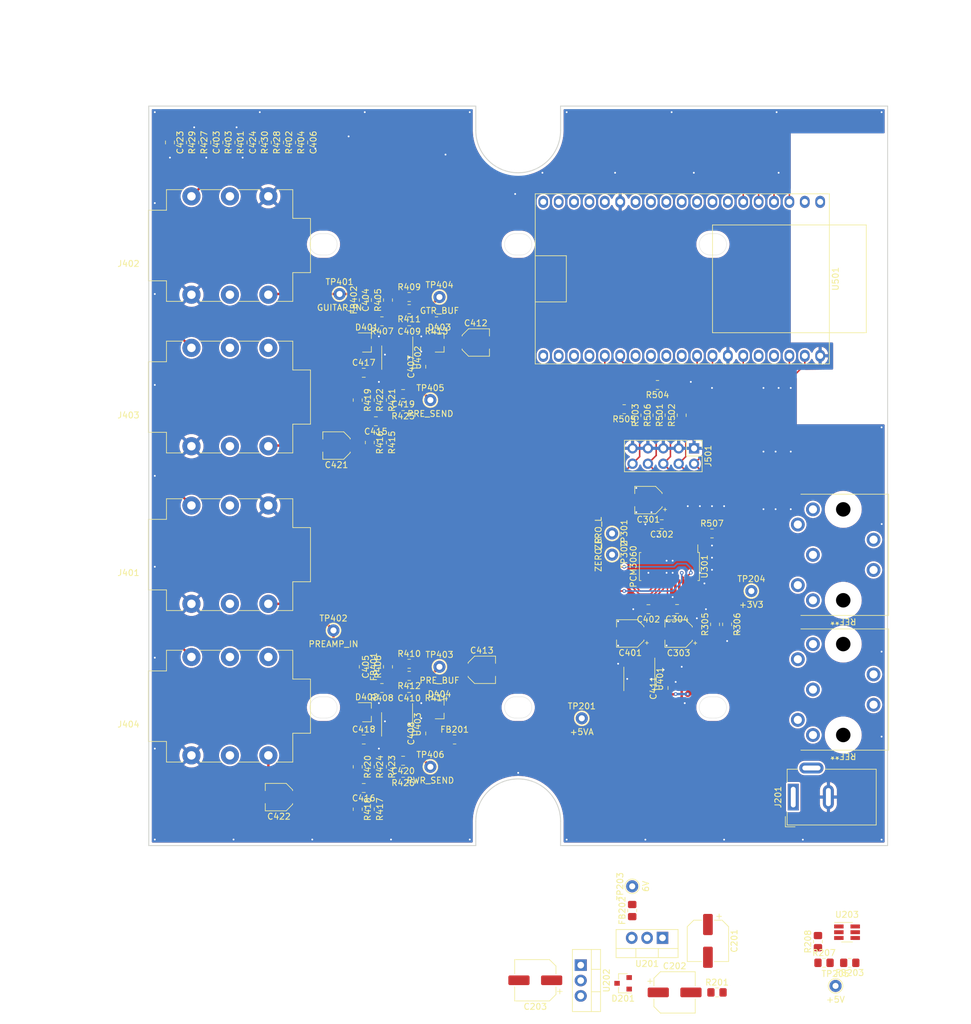
<source format=kicad_pcb>
(kicad_pcb (version 20210623) (generator pcbnew)
  (layers (0 "F.Cu" signal) (1 "In1.Cu" signal) (2 "In2.Cu" signal) (31 "B.Cu" signal) (34 "B.Paste" user) (35 "F.Paste" user) (36 "B.SilkS" user "B.Silkscreen") (37 "F.SilkS" user "F.Silkscreen") (38 "B.Mask" user) (39 "F.Mask" user) (44 "Edge.Cuts" user))
  (net 0 "")
  (net 1 "/Audio Codec/ADR")
  (net 2 "/Audio Codec/ZEROL")
  (net 3 "/Audio Codec/ZEROR")
  (net 4 "/Audio Codec/DAC_DATA")
  (net 5 "/Audio Codec/ADC_DATA")
  (net 6 "/Audio Codec/SDA")
  (net 7 "/Audio Codec/SCL")
  (net 8 "+5VA")
  (net 9 "+3V3")
  (net 10 "/ESP32/TX")
  (net 11 "/ESP32/RX")
  (net 12 "/ESP32/MTDO")
  (net 13 "/ESP32/MTDI")
  (net 14 "/ESP32/IO5")
  (net 15 "/ESP32/MTCK")
  (net 16 "/ESP32/MTMS")
  (net 17 "/ESP32/EN")
  (net 18 "Net-(D401-Pad3)")
  (net 19 "Net-(FB401-Pad2)")
  (net 20 "Net-(FB402-Pad2)")
  (net 21 "+VDC")
  (net 22 "Net-(J401-PadRN)")
  (net 23 "Net-(J401-PadR)")
  (net 24 "Net-(J402-PadRN)")
  (net 25 "Net-(J402-PadR)")
  (net 26 "VCOM")
  (net 27 "Net-(C409-Pad1)")
  (net 28 "Net-(C410-Pad2)")
  (net 29 "Net-(C410-Pad1)")
  (net 30 "/ESP32/~{CODEC_RST}")
  (net 31 "/Audio Codec/SCK")
  (net 32 "/Audio Codec/BCK")
  (net 33 "/Audio Codec/LRCK")
  (net 34 "/ESP32/IO4")
  (net 35 "Net-(C202-Pad2)")
  (net 36 "/Analogue/PRE_IN_DET")
  (net 37 "Net-(C404-Pad2)")
  (net 38 "Net-(C404-Pad1)")
  (net 39 "Net-(C405-Pad2)")
  (net 40 "Net-(C405-Pad1)")
  (net 41 "/Analogue/G_DET")
  (net 42 "Net-(C409-Pad2)")
  (net 43 "Net-(C415-Pad2)")
  (net 44 "Net-(C415-Pad1)")
  (net 45 "Net-(C416-Pad2)")
  (net 46 "Net-(C416-Pad1)")
  (net 47 "Net-(C417-Pad2)")
  (net 48 "Net-(C418-Pad2)")
  (net 49 "Net-(C419-Pad2)")
  (net 50 "Net-(C419-Pad1)")
  (net 51 "Net-(C420-Pad2)")
  (net 52 "Net-(C420-Pad1)")
  (net 53 "/Analogue/PRE_OUT_DET")
  (net 54 "/Analogue/AMP_DET")
  (net 55 "Net-(D402-Pad3)")
  (net 56 "/Analogue/VINL")
  (net 57 "/Analogue/VINR")
  (net 58 "/Analogue/PRE_I_DET_JACK")
  (net 59 "/Analogue/G_DET_JACK")
  (net 60 "Net-(J403-PadTN)")
  (net 61 "/Analogue/PRE_O_DET_JACK")
  (net 62 "Net-(J403-PadRN)")
  (net 63 "Net-(J403-PadR)")
  (net 64 "Net-(J404-PadTN)")
  (net 65 "/Analogue/AMP_DET_JACK")
  (net 66 "Net-(J404-PadRN)")
  (net 67 "Net-(J404-PadR)")
  (net 68 "/Analogue/VOUTL+")
  (net 69 "/Analogue/VOUTL-")
  (net 70 "/Analogue/VOUTR+")
  (net 71 "/Analogue/VOUTR-")
  (net 72 "Net-(U401-Pad6)")
  (net 73 "Net-(U501-Pad28)")
  (net 74 "Net-(U501-Pad27)")
  (net 75 "+5V")
  (net 76 "/Analogue/VCOM_CODEC")
  (net 77 "Net-(C421-Pad2)")
  (net 78 "Net-(C422-Pad2)")
  (net 79 "Net-(C412-Pad1)")
  (net 80 "Net-(C413-Pad1)")
  (net 81 "/ESP32/SD0")
  (net 82 "/ESP32/CLK_X")
  (net 83 "/ESP32/SD1")
  (net 84 "/ESP32/CMD")
  (net 85 "/ESP32/SD3")
  (net 86 "/ESP32/SD2")
  (net 87 "Net-(U501-Pad1)")
  (net 88 "/ESP32/BCK_uC")
  (net 89 "/ESP32/LRCK_uC")
  (net 90 "/ESP32/DAC_DATA_uC")
  (net 91 "/ESP32/SCK_uC")
  (net 92 "/ESP32/ADC_DATA_uC")
  (net 93 "/ESP32/IO32")
  (net 94 "/ESP32/IO26")
  (net 95 "/ESP32/IO25")
  (net 96 "/ESP32/IO33")
  (net 97 "/Audio Codec/LRCK2")
  (net 98 "/Audio Codec/BCK2")
  (net 99 "/Audio Codec/SCKI2")
  (net 100 "GND")
  (net 101 "+6V")
  (net 102 "Net-(C209-Pad1)")
  (net 103 "Net-(C211-Pad1)")
  (net 104 "/Power Supplies/3V3_EN")
  (net 105 "/Power Supplies/SW_SW")
  (net 106 "/Power Supplies/SW_EN")
  (net 107 "/Power Supplies/SW_FB")
  (net 108 "/Power Supplies/SW_BOOT")
  (footprint "guitar_dsp_platform:TestPoint_THTPad_D2.0mm_Drill1.0mm" (layer "F.Cu") (at 110.5 140)
    (fp_text reference "TP201")
    (fp_text value "+5VA")
  )
  (footprint "Resistor_SMD:R_0805_2012Metric_Pad1.20x1.40mm_HandSolder" (layer "F.Cu") (at 132.825 185.22)
    (fp_text reference "R201")
    (fp_text value "0")
  )
  (footprint "Connector_BarrelJack:BarrelJack_Wuerth_6941xx301002" (layer "F.Cu") (at 145.415 153 90)
    (fp_text reference "J201")
    (fp_text value "694106301002")
  )
  (footprint "Package_TO_SOT_THT:TO-220-3_Vertical" (layer "F.Cu") (at 123.825 176.22 180)
    (fp_text reference "U201")
    (fp_text value "TLV1117-50")
  )
  (footprint "Package_TO_SOT_THT:TO-220-3_Vertical" (layer "F.Cu") (at 110.325 180.72 -90)
    (fp_text reference "U202")
    (fp_text value "TLV74133PDBVR")
  )
  (footprint "Capacitor_SMD:CP_Elec_6.3x7.7" (layer "F.Cu") (at 131.325 176.72 -90)
    (fp_text reference "C201")
    (fp_text value "100u")
  )
  (footprint "Capacitor_SMD:CP_Elec_6.3x7.7" (layer "F.Cu") (at 102.825 183.22 180)
    (fp_text reference "C203")
    (fp_text value "100u")
  )
  (footprint "Capacitor_SMD:C_0805_2012Metric_Pad1.18x1.45mm_HandSolder" (layer "F.Cu") (at 48.5 45 -90)
    (fp_text reference "C403")
    (fp_text value "100n")
  )
  (footprint "Capacitor_SMD:C_0805_2012Metric_Pad1.18x1.45mm_HandSolder" (layer "F.Cu") (at 76.5 71 90)
    (fp_text reference "C404")
    (fp_text value "22n")
  )
  (footprint "Capacitor_SMD:C_0805_2012Metric_Pad1.18x1.45mm_HandSolder" (layer "F.Cu") (at 64.5 45 -90)
    (fp_text reference "C406")
    (fp_text value "100n")
  )
  (footprint "Capacitor_SMD:C_0805_2012Metric_Pad1.18x1.45mm_HandSolder" (layer "F.Cu") (at 82 74.5 180)
    (fp_text reference "C409")
    (fp_text value "47p")
  )
  (footprint "Capacitor_SMD:C_0805_2012Metric_Pad1.18x1.45mm_HandSolder" (layer "F.Cu") (at 82 135 180)
    (fp_text reference "C410")
    (fp_text value "47p")
  )
  (footprint "Capacitor_SMD:C_0805_2012Metric_Pad1.18x1.45mm_HandSolder" (layer "F.Cu") (at 42.5 45 -90)
    (fp_text reference "C423")
    (fp_text value "100n")
  )
  (footprint "Capacitor_SMD:C_0805_2012Metric_Pad1.18x1.45mm_HandSolder" (layer "F.Cu") (at 54.5 45 -90)
    (fp_text reference "C424")
    (fp_text value "100n")
  )
  (footprint "Package_TO_SOT_SMD:SOT-23" (layer "F.Cu") (at 117.325 183.72 180)
    (fp_text reference "D201")
    (fp_text value "BAT54S")
  )
  (footprint "Package_TO_SOT_SMD:SOT-23" (layer "F.Cu") (at 75 139)
    (fp_text reference "D402")
    (fp_text value "BAT54S")
  )
  (footprint "Package_TO_SOT_SMD:SOT-23" (layer "F.Cu") (at 87 78)
    (fp_text reference "D403")
    (fp_text value "BAT54S")
  )
  (footprint "Package_TO_SOT_SMD:SOT-23" (layer "F.Cu") (at 87 138.5)
    (fp_text reference "D404")
    (fp_text value "BAT54S")
  )
  (footprint "Resistor_SMD:R_0805_2012Metric_Pad1.20x1.40mm_HandSolder" (layer "F.Cu") (at 74.5 71 90)
    (fp_text reference "FB402")
    (fp_text value "600R@100MHz")
  )
  (footprint "guitar_dsp_platform:Jack_6.35mm_Neutrik_NMJ6HCD2_Horizontal" (layer "F.Cu") (at 42 62 180)
    (fp_text reference "J402")
    (fp_text value "NMJ6HCD2")
  )
  (footprint "guitar_dsp_platform:Jack_6.35mm_Neutrik_NMJ6HCD2_Horizontal" (layer "F.Cu") (at 42 87 180)
    (fp_text reference "J403")
    (fp_text value "NMJ6HCD2")
  )
  (footprint "Resistor_SMD:R_0805_2012Metric_Pad1.20x1.40mm_HandSolder" (layer "F.Cu") (at 52.5 45 -90)
    (fp_text reference "R401")
    (fp_text value "10k")
  )
  (footprint "Resistor_SMD:R_0805_2012Metric_Pad1.20x1.40mm_HandSolder" (layer "F.Cu") (at 60.5 45 -90)
    (fp_text reference "R402")
    (fp_text value "10k")
  )
  (footprint "Resistor_SMD:R_0805_2012Metric_Pad1.20x1.40mm_HandSolder" (layer "F.Cu") (at 50.5 45 -90)
    (fp_text reference "R403")
    (fp_text value "10k")
  )
  (footprint "Resistor_SMD:R_0805_2012Metric_Pad1.20x1.40mm_HandSolder" (layer "F.Cu") (at 62.5 45 -90)
    (fp_text reference "R404")
    (fp_text value "10k")
  )
  (footprint "Resistor_SMD:R_0805_2012Metric_Pad1.20x1.40mm_HandSolder" (layer "F.Cu") (at 78.5 71 90)
    (fp_text reference "R405")
    (fp_text value "1Meg")
  )
  (footprint "Resistor_SMD:R_0805_2012Metric_Pad1.20x1.40mm_HandSolder" (layer "F.Cu") (at 77.5 74.5 180)
    (fp_text reference "R407")
    (fp_text value "820")
  )
  (footprint "Resistor_SMD:R_0805_2012Metric_Pad1.20x1.40mm_HandSolder" (layer "F.Cu") (at 82 70.5)
    (fp_text reference "R409")
    (fp_text value "R")
  )
  (footprint "Resistor_SMD:R_0805_2012Metric_Pad1.20x1.40mm_HandSolder" (layer "F.Cu") (at 82 131)
    (fp_text reference "R410")
    (fp_text value "R")
  )
  (footprint "Resistor_SMD:R_0805_2012Metric_Pad1.20x1.40mm_HandSolder" (layer "F.Cu") (at 82 72.5 180)
    (fp_text reference "R411")
    (fp_text value "R")
  )
  (footprint "Resistor_SMD:R_0805_2012Metric_Pad1.20x1.40mm_HandSolder" (layer "F.Cu") (at 82 133 180)
    (fp_text reference "R412")
    (fp_text value "R")
  )
  (footprint "Resistor_SMD:R_0805_2012Metric_Pad1.20x1.40mm_HandSolder" (layer "F.Cu") (at 86.5 74.5 180)
    (fp_text reference "R413")
    (fp_text value "820")
  )
  (footprint "Resistor_SMD:R_0805_2012Metric_Pad1.20x1.40mm_HandSolder" (layer "F.Cu") (at 86.5 135 180)
    (fp_text reference "R414")
    (fp_text value "820")
  )
  (footprint "Resistor_SMD:R_0805_2012Metric_Pad1.20x1.40mm_HandSolder" (layer "F.Cu") (at 46.5 45 -90)
    (fp_text reference "R427")
    (fp_text value "10k")
  )
  (footprint "Resistor_SMD:R_0805_2012Metric_Pad1.20x1.40mm_HandSolder" (layer "F.Cu") (at 58.5 45 -90)
    (fp_text reference "R428")
    (fp_text value "10k")
  )
  (footprint "Resistor_SMD:R_0805_2012Metric_Pad1.20x1.40mm_HandSolder" (layer "F.Cu") (at 44.5 45 -90)
    (fp_text reference "R429")
    (fp_text value "10k")
  )
  (footprint "Resistor_SMD:R_0805_2012Metric_Pad1.20x1.40mm_HandSolder" (layer "F.Cu") (at 56.5 45 -90)
    (fp_text reference "R430")
    (fp_text value "10k")
  )
  (footprint "guitar_dsp_platform:TestPoint_THTPad_D2.0mm_Drill1.0mm" (layer "F.Cu") (at 70.5 70)
    (fp_text reference "TP401")
    (fp_text value "GUITAR_IN")
  )
  (footprint "guitar_dsp_platform:TestPoint_THTPad_D2.0mm_Drill1.0mm" (layer "F.Cu") (at 69.5 125.5)
    (fp_text reference "TP402")
    (fp_text value "PREAMP_IN")
  )
  (footprint "Package_SO:SOIC-8_3.9x4.9mm_P1.27mm" (layer "F.Cu") (at 80.035 80.5 -90)
    (fp_text reference "U402")
    (fp_text value "OPA2197xD")
  )
  (footprint "guitar_dsp_platform:Jack_6.35mm_Neutrik_NMJ6HCD2_Horizontal" (layer "F.Cu") (at 42 138 180)
    (fp_text reference "J404")
    (fp_text value "NMJ6HCD2")
  )
  (footprint "guitar_dsp_platform:Jack_6.35mm_Neutrik_NMJ6HCD2_Horizontal" (layer "F.Cu") (at 42 113 180)
    (fp_text reference "J401")
    (fp_text value "NMJ6HCD2")
  )
  (footprint "Capacitor_SMD:CP_Elec_6.3x7.7" (layer "F.Cu") (at 125.825 185.22)
    (fp_text reference "C202")
    (fp_text value "100u")
  )
  (footprint "Capacitor_SMD:C_0805_2012Metric_Pad1.18x1.45mm_HandSolder" (layer "F.Cu") (at 84 82 90)
    (fp_text reference "C407")
    (fp_text value "100n")
  )
  (footprint "Capacitor_SMD:C_Elec_4x5.8" (layer "F.Cu") (at 70 95 180)
    (fp_text reference "C421")
    (fp_text value "4.7u")
  )
  (footprint "Resistor_SMD:R_0805_2012Metric_Pad1.20x1.40mm_HandSolder" (layer "F.Cu") (at 89.5 143.5)
    (fp_text reference "FB201")
    (fp_text value "600R@100MHz")
  )
  (footprint "guitar_dsp_platform:TestPoint_THTPad_D2.0mm_Drill1.0mm" (layer "F.Cu") (at 87 131.5)
    (fp_text reference "TP403")
    (fp_text value "PRE_BUF")
  )
  (footprint "guitar_dsp_platform:TestPoint_THTPad_D2.0mm_Drill1.0mm" (layer "F.Cu") (at 87 70.5)
    (fp_text reference "TP404")
    (fp_text value "GTR_BUF")
  )
  (footprint "guitar_dsp_platform:TestPoint_THTPad_D2.0mm_Drill1.0mm" (layer "F.Cu") (at 85.5 148)
    (fp_text reference "TP406")
    (fp_text value "PWR_SEND")
  )
  (footprint "Capacitor_SMD:C_0805_2012Metric_Pad1.18x1.45mm_HandSolder" (layer "F.Cu") (at 84 142.5 90)
    (fp_text reference "C408")
    (fp_text value "100n")
  )
  (footprint "Resistor_SMD:R_0805_2012Metric_Pad1.20x1.40mm_HandSolder" (layer "F.Cu") (at 73.5 148 -90)
    (fp_text reference "R420")
    (fp_text value "7.5k")
  )
  (footprint "Capacitor_SMD:C_0805_2012Metric_Pad1.18x1.45mm_HandSolder" (layer "F.Cu") (at 74.5 151.5 180)
    (fp_text reference "C416")
    (fp_text value "1.5n")
  )
  (footprint "Capacitor_SMD:C_0805_2012Metric_Pad1.18x1.45mm_HandSolder" (layer "F.Cu") (at 74.5 143.5)
    (fp_text reference "C418")
    (fp_text value "470p")
  )
  (footprint "Resistor_SMD:R_0805_2012Metric_Pad1.20x1.40mm_HandSolder" (layer "F.Cu") (at 75.5 148 -90)
    (fp_text reference "R424")
    (fp_text value "820")
  )
  (footprint "Package_SO:SOIC-8_3.9x4.9mm_P1.27mm" (layer "F.Cu") (at 80 141 -90)
    (fp_text reference "U403")
    (fp_text value "OPA2197xD")
  )
  (footprint "Resistor_SMD:R_0805_2012Metric_Pad1.20x1.40mm_HandSolder" (layer "F.Cu") (at 73.5 155 -90)
    (fp_text reference "R418")
    (fp_text value "10k")
  )
  (footprint "Capacitor_SMD:C_0805_2012Metric_Pad1.18x1.45mm_HandSolder" (layer "F.Cu") (at 81 147 180)
    (fp_text reference "C420")
    (fp_text value "470p")
  )
  (footprint "Resistor_SMD:R_0805_2012Metric_Pad1.20x1.40mm_HandSolder" (layer "F.Cu") (at 75.5 155 -90)
    (fp_text reference "R417")
    (fp_text value "10k")
  )
  (footprint "Resistor_SMD:R_0805_2012Metric_Pad1.20x1.40mm_HandSolder" (layer "F.Cu") (at 77.5 148 -90)
    (fp_text reference "R423")
    (fp_text value "820")
  )
  (footprint "Resistor_SMD:R_0805_2012Metric_Pad1.20x1.40mm_HandSolder" (layer "F.Cu") (at 81 149 180)
    (fp_text reference "R426")
    (fp_text value "7.5k")
  )
  (footprint "Resistor_SMD:R_0805_2012Metric_Pad1.20x1.40mm_HandSolder" (layer "F.Cu") (at 134.5 124.5 -90)
    (fp_text reference "R306")
    (fp_text value "0")
  )
  (footprint "Capacitor_SMD:C_0805_2012Metric_Pad1.18x1.45mm_HandSolder" (layer "F.Cu") (at 123.701 107.98 180)
    (fp_text reference "C302")
    (fp_text value "100n")
  )
  (footprint "Capacitor_SMD:C_0805_2012Metric_Pad1.18x1.45mm_HandSolder" (layer "F.Cu") (at 126.233 121.966 180)
    (fp_text reference "C304")
    (fp_text value "100n")
  )
  (footprint "Resistor_SMD:R_0805_2012Metric_Pad1.20x1.40mm_HandSolder" (layer "F.Cu") (at 123 85 180)
    (fp_text reference "R504")
    (fp_text value "DNF")
  )
  (footprint "Capacitor_SMD:CP_Elec_4x5.8" (layer "F.Cu") (at 121.5 104 180)
    (fp_text reference "C301")
    (fp_text value "22u")
  )
  (footprint "Resistor_SMD:R_0805_2012Metric_Pad1.20x1.40mm_HandSolder" (layer "F.Cu") (at 117.5 89 180)
    (fp_text reference "R505")
    (fp_text value "DNF")
  )
  (footprint "Package_SO:TSSOP-28_4.4x9.7mm_P0.65mm" (layer "F.Cu") (at 124.971 114.965 -90)
    (fp_text reference "U301")
    (fp_text value "PCM3060")
  )
  (footprint "guitar_dsp_platform:TestPoint_THTPad_D2.0mm_Drill1.0mm" (layer "F.Cu") (at 115.5 109.5 -90)
    (fp_text reference "TP301")
    (fp_text value "ZERO_L")
  )
  (footprint "guitar_dsp_platform:TestPoint_THTPad_D2.0mm_Drill1.0mm" (layer "F.Cu") (at 115.5 113 -90)
    (fp_text reference "TP302")
    (fp_text value "ZERO_R")
  )
  (footprint "Capacitor_SMD:CP_Elec_4x5.8" (layer "F.Cu") (at 126.487 126.03 180)
    (fp_text reference "C303")
    (fp_text value "22u")
  )
  (footprint "Capacitor_SMD:C_0805_2012Metric_Pad1.18x1.45mm_HandSolder" (layer "F.Cu") (at 124 135 90)
    (fp_text reference "C411")
    (fp_text value "100n")
  )
  (footprint "Package_SO:SOIC-8_3.9x4.9mm_P1.27mm" (layer "F.Cu") (at 120 133.5 -90)
    (fp_text reference "U401")
    (fp_text value "OPA2197xD")
  )
  (footprint "Capacitor_SMD:C_0805_2012Metric_Pad1.18x1.45mm_HandSolder" (layer "F.Cu") (at 121.5 122 180)
    (fp_text reference "C402")
    (fp_text value "100n")
  )
  (footprint "Capacitor_SMD:CP_Elec_4x5.8" (layer "F.Cu") (at 118.5 126 180)
    (fp_text reference "C401")
    (fp_text value "22u")
  )
  (footprint "Capacitor_SMD:C_Elec_4x5.8" (layer "F.Cu") (at 93 78)
    (fp_text reference "C412")
    (fp_text value "4.7u")
  )
  (footprint "Capacitor_SMD:C_Elec_4x5.8" (layer "F.Cu") (at 94 132)
    (fp_text reference "C413")
    (fp_text value "4.7u")
  )
  (footprint "Resistor_SMD:R_0805_2012Metric_Pad1.20x1.40mm_HandSolder" (layer "F.Cu") (at 74.5 131.5 -90)
    (fp_text reference "FB401")
    (fp_text value "600R@100MHz")
  )
  (footprint "Resistor_SMD:R_0805_2012Metric_Pad1.20x1.40mm_HandSolder" (layer "F.Cu") (at 78.5 131.5 90)
    (fp_text reference "R406")
    (fp_text value "1Meg")
  )
  (footprint "Capacitor_SMD:C_0805_2012Metric_Pad1.18x1.45mm_HandSolder" (layer "F.Cu") (at 76.5 131.5 90)
    (fp_text reference "C405")
    (fp_text value "22n")
  )
  (footprint "Resistor_SMD:R_0805_2012Metric_Pad1.20x1.40mm_HandSolder" (layer "F.Cu") (at 77.5 135 180)
    (fp_text reference "R408")
    (fp_text value "820")
  )
  (footprint "Package_TO_SOT_SMD:SOT-23" (layer "F.Cu") (at 75 78)
    (fp_text reference "D401")
    (fp_text value "BAT54S")
  )
  (footprint "Resistor_SMD:R_0805_2012Metric_Pad1.20x1.40mm_HandSolder" (layer "F.Cu") (at 81 88.5 180)
    (fp_text reference "R425")
    (fp_text value "7.5k")
  )
  (footprint "Resistor_SMD:R_0805_2012Metric_Pad1.20x1.40mm_HandSolder" (layer "F.Cu") (at 73.5 87.5 -90)
    (fp_text reference "R419")
    (fp_text value "7.5k")
  )
  (footprint "Capacitor_SMD:C_0805_2012Metric_Pad1.18x1.45mm_HandSolder" (layer "F.Cu") (at 76.5 91 180)
    (fp_text reference "C415")
    (fp_text value "1.5n")
  )
  (footprint "Capacitor_SMD:C_0805_2012Metric_Pad1.18x1.45mm_HandSolder" (layer "F.Cu") (at 74.5 83)
    (fp_text reference "C417")
    (fp_text value "470p")
  )
  (footprint "Capacitor_SMD:C_0805_2012Metric_Pad1.18x1.45mm_HandSolder" (layer "F.Cu") (at 81 86.5 180)
    (fp_text reference "C419")
    (fp_text value "470p")
  )
  (footprint "Resistor_SMD:R_0805_2012Metric_Pad1.20x1.40mm_HandSolder" (layer "F.Cu") (at 75.5 94.5 -90)
    (fp_text reference "R416")
    (fp_text value "10k")
  )
  (footprint "Resistor_SMD:R_0805_2012Metric_Pad1.20x1.40mm_HandSolder" (layer "F.Cu") (at 77.5 94.5 -90)
    (fp_text reference "R415")
    (fp_text value "10k")
  )
  (footprint "Resistor_SMD:R_0805_2012Metric_Pad1.20x1.40mm_HandSolder" (layer "F.Cu") (at 75.5 87.5 -90)
    (fp_text reference "R422")
    (fp_text value "820")
  )
  (footprint "Resistor_SMD:R_0805_2012Metric_Pad1.20x1.40mm_HandSolder" (layer "F.Cu") (at 77.5 87.5 -90)
    (fp_text reference "R421")
    (fp_text value "820")
  )
  (footprint "guitar_dsp_platform:TestPoint_THTPad_D2.0mm_Drill1.0mm" (layer "F.Cu") (at 85.5 87.5)
    (fp_text reference "TP405")
    (fp_text value "PRE_SEND")
  )
  (footprint "Capacitor_SMD:C_Elec_4x5.8" (layer "F.Cu") (at 60.5 153 180)
    (fp_text reference "C422")
    (fp_text value "4.7u")
  )
  (footprint "guitar_dsp_platform:ESP32_DevkitC" (layer "F.Cu") (at 127 67.5 -90)
    (fp_text reference "U501")
    (fp_text value "ESP32-DEVKIT-CVE")
  )
  (footprint "Resistor_SMD:R_0805_2012Metric_Pad1.20x1.40mm_HandSolder" (layer "F.Cu") (at 125 90 90)
    (fp_text reference "R501")
    (fp_text value "33")
  )
  (footprint "Resistor_SMD:R_0805_2012Metric_Pad1.20x1.40mm_HandSolder" (layer "F.Cu") (at 127 90 90)
    (fp_text reference "R502")
    (fp_text value "33")
  )
  (footprint "Resistor_SMD:R_0805_2012Metric_Pad1.20x1.40mm_HandSolder" (layer "F.Cu") (at 121 90 90)
    (fp_text reference "R503")
    (fp_text value "33")
  )
  (footprint "Resistor_SMD:R_0805_2012Metric_Pad1.20x1.40mm_HandSolder" (layer "F.Cu") (at 123 90 90)
    (fp_text reference "R506")
    (fp_text value "33")
  )
  (footprint "Resistor_SMD:R_0805_2012Metric_Pad1.20x1.40mm_HandSolder" (layer "F.Cu") (at 132 109.5)
    (fp_text reference "R507")
    (fp_text value "33")
  )
  (footprint "Connector_PinHeader_2.54mm:PinHeader_2x05_P2.54mm_Vertical" (layer "F.Cu") (at 129.04 95.46 -90)
    (fp_text reference "J501")
    (fp_text value "I2S testpoint")
  )
  (footprint "Resistor_SMD:R_0805_2012Metric_Pad1.20x1.40mm_HandSolder" (layer "F.Cu") (at 118.825 171.72 90)
    (fp_text reference "FB202")
    (fp_text value "600R@100MHz")
  )
  (footprint "Resistor_SMD:R_0805_2012Metric_Pad1.20x1.40mm_HandSolder" (layer "F.Cu") (at 154.745 180.34 180)
    (fp_text reference "FB203")
    (fp_text value "600R@100MHz")
  )
  (footprint "Resistor_SMD:R_0805_2012Metric_Pad1.20x1.40mm_HandSolder" (layer "F.Cu") (at 150.495 180.34)
    (fp_text reference "R207")
    (fp_text value "0")
  )
  (footprint "Resistor_SMD:R_0805_2012Metric_Pad1.20x1.40mm_HandSolder" (layer "F.Cu") (at 149.495 176.84 90)
    (fp_text reference "R208")
    (fp_text value "DNF")
  )
  (footprint "guitar_dsp_platform:TestPoint_THTPad_D2.0mm_Drill1.0mm" (layer "F.Cu") (at 118.825 167.72 90)
    (fp_text reference "TP203")
    (fp_text value "6V")
  )
  (footprint "guitar_dsp_platform:TestPoint_THTPad_D2.0mm_Drill1.0mm" (layer "F.Cu") (at 138.5 119)
    (fp_text reference "TP204")
    (fp_text value "+3V3")
  )
  (footprint "guitar_dsp_platform:TestPoint_THTPad_D2.0mm_Drill1.0mm" (layer "F.Cu") (at 152.4 184.15)
    (fp_text reference "TP205")
    (fp_text value "+5V")
  )
  (footprint "Package_TO_SOT_SMD:SOT-23-6_Handsoldering" (layer "F.Cu") (at 154.295 175.29)
    (fp_text reference "U203")
    (fp_text value "LMR50410")
  )
  (footprint "Resistor_SMD:R_0805_2012Metric_Pad1.20x1.40mm_HandSolder" (layer "F.Cu") (at 132.5 124.5 90)
    (fp_text reference "R305")
    (fp_text value "DNF")
  )
  (footprint "guitar_dsp_platform:57PC5F" (layer "F.Cu") (at 153.67 113.03 180)
    (fp_text reference "REF**")
    (fp_text value "57PC5F")
  )
  (footprint "guitar_dsp_platform:57PC5F" (layer "F.Cu") (at 153.67 135.255 180)
    (fp_text reference "REF**")
    (fp_text value "57PC5F")
  )
  (gr_line (start 39 161) (end 39 39) (layer "Edge.Cuts") (width 0.15))
  (gr_line (start 161 39) (end 107 39) (layer "Edge.Cuts") (width 0.15))
  (gr_line (start 93 39) (end 39 39) (layer "Edge.Cuts") (width 0.15))
  (gr_line (start 107 161) (end 107 157) (layer "Edge.Cuts") (width 0.15))
  (gr_line (start 93 39) (end 93 43) (layer "Edge.Cuts") (width 0.15))
  (gr_arc (start 100 43) (end 93 43) (angle -180) (layer "Edge.Cuts") (width 0.15))
  (gr_line (start 107 39) (end 107 43) (layer "Edge.Cuts") (width 0.15))
  (gr_arc (start 100 157) (end 107 157) (angle -180) (layer "Edge.Cuts") (width 0.15))
  (gr_arc (start 100.5 61.8) (end 100.5 63.55) (angle -180) (layer "Edge.Cuts") (width 0.05))
  (gr_line (start 99.5 60.05) (end 100.5 60.05) (layer "Edge.Cuts") (width 0.05))
  (gr_line (start 99.5 63.55) (end 100.5 63.55) (layer "Edge.Cuts") (width 0.05))
  (gr_arc (start 68.35 61.8) (end 68.35 63.55) (angle -180) (layer "Edge.Cuts") (width 0.05))
  (gr_arc (start 67.35 61.8) (end 67.35 60.05) (angle -180) (layer "Edge.Cuts") (width 0.05))
  (gr_line (start 67.35 60.05) (end 68.35 60.05) (layer "Edge.Cuts") (width 0.05))
  (gr_line (start 67.35 63.55) (end 68.35 63.55) (layer "Edge.Cuts") (width 0.05))
  (gr_line (start 131.65 136.45) (end 132.65 136.45) (layer "Edge.Cuts") (width 0.05))
  (gr_line (start 93 161) (end 93 157) (layer "Edge.Cuts") (width 0.15))
  (gr_arc (start 100.5 138.2) (end 100.5 139.95) (angle -180) (layer "Edge.Cuts") (width 0.05))
  (gr_line (start 99.5 139.95) (end 100.5 139.95) (layer "Edge.Cuts") (width 0.05))
  (gr_line (start 161 39) (end 161 161) (layer "Edge.Cuts") (width 0.15))
  (gr_arc (start 132.65 61.8) (end 132.65 63.55) (angle -180) (layer "Edge.Cuts") (width 0.05))
  (gr_line (start 67.35 139.95) (end 68.35 139.95) (layer "Edge.Cuts") (width 0.05))
  (gr_line (start 67.35 136.45) (end 68.35 136.45) (layer "Edge.Cuts") (width 0.05))
  (gr_line (start 161 161) (end 107 161) (layer "Edge.Cuts") (width 0.15))
  (gr_arc (start 99.5 61.8) (end 99.5 60.05) (angle -180) (layer "Edge.Cuts") (width 0.05))
  (gr_arc (start 99.5 138.2) (end 99.5 136.45) (angle -180) (layer "Edge.Cuts") (width 0.05))
  (gr_arc (start 131.65 61.8) (end 131.65 60.05) (angle -180) (layer "Edge.Cuts") (width 0.05))
  (gr_arc (start 131.65 138.2) (end 131.65 136.45) (angle -180) (layer "Edge.Cuts") (width 0.05))
  (gr_arc (start 68.35 138.2) (end 68.35 139.95) (angle -180) (layer "Edge.Cuts") (width 0.05))
  (gr_line (start 131.65 139.95) (end 132.65 139.95) (layer "Edge.Cuts") (width 0.05))
  (gr_line (start 99.5 136.45) (end 100.5 136.45) (layer "Edge.Cuts") (width 0.05))
  (gr_arc (start 132.65 138.2) (end 132.65 139.95) (angle -180) (layer "Edge.Cuts") (width 0.05))
  (gr_line (start 131.65 63.55) (end 132.65 63.55) (layer "Edge.Cuts") (width 0.05))
  (gr_arc (start 67.35 138.2) (end 67.35 136.45) (angle -180) (layer "Edge.Cuts") (width 0.05))
  (gr_line (start 93 161) (end 39 161) (layer "Edge.Cuts") (width 0.15))
  (gr_line (start 131.65 60.05) (end 132.65 60.05) (layer "Edge.Cuts") (width 0.05))
  (segment (start 128.546 117.8275) (end 128.546 118.796) (width 0.25) (layer "F.Cu") (net 1))
  (segment (start 131 123.5) (end 132.5 123.5) (width 0.25) (layer "F.Cu") (net 1))
  (segment (start 128.546 118.796) (end 129.25 119.5) (width 0.25) (layer "F.Cu") (net 1))
  (segment (start 132.5 123.5) (end 134.5 123.5) (width 0.25) (layer "F.Cu") (net 1))
  (segment (start 129.25 119.5) (end 129.25 121.75) (width 0.25) (layer "F.Cu") (net 1))
  (segment (start 129.25 121.75) (end 131 123.5) (width 0.25) (layer "F.Cu") (net 1))
  (segment (start 120.055001 93.555001) (end 121 92.610002) (width 0.25) (layer "F.Cu") (net 4))
  (segment (start 121 92.610002) (end 121 91) (width 0.25) (layer "F.Cu") (net 4))
  (segment (start 117.5 106) (end 117.5 99.38) (width 0.25) (layer "F.Cu") (net 4))
  (segment (start 120.055001 96.824999) (end 120.055001 93.555001) (width 0.25) (layer "F.Cu") (net 4))
  (segment (start 122.046 110.546) (end 117.5 106) (width 0.25) (layer "F.Cu") (net 4))
  (segment (start 117.5 99.38) (end 118.88 98) (width 0.25) (layer "F.Cu") (net 4))
  (segment (start 122.046 112.1025) (end 122.046 110.546) (width 0.25) (layer "F.Cu") (net 4))
  (segment (start 118.88 98) (end 120.055001 96.824999) (width 0.25) (layer "F.Cu") (net 4))
  (segment (start 127.896 112.1025) (end 127.896 111.151) (width 0.25) (layer "F.Cu") (net 5))
  (segment (start 129.547 109.5) (end 131 109.5) (width 0.25) (layer "F.Cu") (net 5))
  (segment (start 127.896 111.151) (end 129.547 109.5) (width 0.25) (layer "F.Cu") (net 5))
  (segment (start 129.196 112.1025) (end 130.1025 112.1025) (width 0.25) (layer "F.Cu") (net 6))
  (segment (start 144.78 82.22) (end 144.78 80.2) (width 0.25) (layer "F.Cu") (net 6))
  (segment (start 141.5 106) (end 141.5 85.5) (width 0.25) (layer "F.Cu") (net 6))
  (segment (start 135 112.5) (end 141.5 106) (width 0.25) (layer "F.Cu") (net 6))
  (segment (start 130.5 112.5) (end 135 112.5) (width 0.25) (layer "F.Cu") (net 6))
  (segment (start 141.5 85.5) (end 144.78 82.22) (width 0.25) (layer "F.Cu") (net 6))
  (segment (start 130.1025 112.1025) (end 130.5 112.5) (width 0.25) (layer "F.Cu") (net 6))
  (segment (start 144 106.5) (end 144 85) (width 0.25) (layer "F.Cu") (net 7))
  (segment (start 136 114.5) (end 144 106.5) (width 0.25) (layer "F.Cu") (net 7))
  (segment (start 144 85) (end 147.32 81.68) (width 0.25) (layer "F.Cu") (net 7))
  (segment (start 147.32 81.68) (end 147.32 80.2) (width 0.25) (layer "F.Cu") (net 7))
  (segment (start 130 114.5) (end 136 114.5) (width 0.25) (layer "F.Cu") (net 7))
  (segment (start 128.546 113.046) (end 130 114.5) (width 0.25) (layer "F.Cu") (net 7))
  (segment (start 128.546 112.1025) (end 128.546 113.046) (width 0.25) (layer "F.Cu") (net 7))
  (segment (start 81.905 142.405) (end 81 141.5) (width 0.25) (layer "F.Cu") (net 8))
  (segment (start 127.2705 123.2705) (end 128.287 124.287) (width 1) (layer "F.Cu") (net 8))
  (segment (start 81.9675 143.5375) (end 81.905 143.475) (width 1) (layer "F.Cu") (net 8))
  (segment (start 82.0025 83.0375) (end 81.94 82.975) (width 1) (layer "F.Cu") (net 8))
  (segment (start 127.2705 121.966) (end 127.2705 123.2705) (width 1) (layer "F.Cu") (net 8))
  (segment (start 84 143.5375) (end 85.0375 143.5375) (width 0.4) (layer "F.Cu") (net 8))
  (segment (start 131 125.5) (end 130.47 126.03) (width 0.25) (layer "F.Cu") (net 8))
  (segment (start 123.9375 135.975) (end 124 136.0375) (width 1) (layer "F.Cu") (net 8))
  (segment (start 128.287 124.287) (end 128.287 126.03) (width 1) (layer "F.Cu") (net 8))
  (segment (start 86 142.575) (end 86 139.45) (width 0.4) (layer "F.Cu") (net 8))
  (segment (start 84 83.0375) (end 84.9625 83.0375) (width 0.4) (layer "F.Cu") (net 8))
  (segment (start 132.5 125.5) (end 131 125.5) (width 0.25) (layer "F.Cu") (net 8))
  (segment (start 121.905 135.975) (end 123.9375 135.975) (width 1) (layer "F.Cu") (net 8))
  (segment (start 127 119.5) (end 127.2705 119.7705) (width 1) (layer "F.Cu") (net 8))
  (segment (start 124 136.0375) (end 125.9625 136.0375) (width 0.4) (layer "F.Cu") (net 8))
  (segment (start 81 141.5) (end 75.55 141.5) (width 0.25) (layer "F.Cu") (net 8))
  (segment (start 84 83.0375) (end 82.0025 83.0375) (width 1) (layer "F.Cu") (net 8))
  (segment (start 84.0875 82.95) (end 84 83.0375) (width 0.4) (layer "F.Cu") (net 8))
  (segment (start 85.0375 143.5375) (end 86 142.575) (width 0.4) (layer "F.Cu") (net 8))
  (segment (start 128 136) (end 128.287 135.713) (width 1) (layer "F.Cu") (net 8))
  (segment (start 81.94 82.975) (end 81.94 81.74003) (width 0.25) (layer "F.Cu") (net 8))
  (segment (start 128.287 135.713) (end 128.287 126.03) (width 1) (layer "F.Cu") (net 8))
  (segment (start 81.94 81.74003) (end 81.17496 80.97499) (width 0.25) (layer "F.Cu") (net 8))
  (segment (start 126.596 119.096) (end 127 119.5) (width 0.4) (layer "F.Cu") (net 8))
  (segment (start 84.9625 83.0375) (end 86 82) (width 0.4) (layer "F.Cu") (net 8))
  (segment (start 81.17496 80.97499) (end 76.02499 80.97499) (width 0.25) (layer "F.Cu") (net 8))
  (segment (start 75.55 141.5) (end 74 139.95) (width 0.25) (layer "F.Cu") (net 8))
  (segment (start 81.905 143.475) (end 81.905 142.405) (width 0.25) (layer "F.Cu") (net 8))
  (segment (start 126.596 117.8275) (end 126.596 119.096) (width 0.4) (layer "F.Cu") (net 8))
  (segment (start 84 143.5375) (end 81.9675 143.5375) (width 1) (layer "F.Cu") (net 8))
  (segment (start 127.2705 119.7705) (end 127.2705 121.966) (width 1) (layer "F.Cu") (net 8))
  (segment (start 130.47 126.03) (end 128.287 126.03) (width 0.25) (layer "F.Cu") (net 8))
  (segment (start 86 82) (end 86 78.95) (width 0.4) (layer "F.Cu") (net 8))
  (segment (start 125.9625 136.0375) (end 126 136) (width 0.4) (layer "F.Cu") (net 8))
  (segment (start 76.02499 80.97499) (end 74 78.95) (width 0.25) (layer "F.Cu") (net 8))
  (via (at 126 136) (size 0.6) (drill 0.3) (layers "F.Cu" "B.Cu") (net 8))
  (via (at 128 136) (size 0.6) (drill 0.3) (layers "F.Cu" "B.Cu") (net 8))
  (segment (start 128 136) (end 126 136) (width 0.4) (layer "B.Cu") (net 8))
  (segment (start 124.726 109.513) (end 124.726 107.98) (width 1) (layer "F.Cu") (net 9))
  (segment (start 125.296 112.1025) (end 125.296 110.083) (width 0.4) (layer "F.Cu") (net 9))
  (segment (start 125.296 110.083) (end 124.726 109.513) (width 0.4) (layer "F.Cu") (net 9))
  (segment (start 124.7385 106.7385) (end 123.3 105.3) (width 1) (layer "F.Cu") (net 9))
  (segment (start 123.3 105.3) (end 123.3 104) (width 1) (layer "F.Cu") (net 9))
  (segment (start 124.7385 107.98) (end 124.7385 106.7385) (width 1) (layer "F.Cu") (net 9))
  (segment (start 77 76) (end 78 76) (width 0.4) (layer "F.Cu") (net 18))
  (segment (start 78 76) (end 79 76) (width 0.4) (layer "F.Cu") (net 18))
  (segment (start 78.5 75.5) (end 78 76) (width 0.4) (layer "F.Cu") (net 18))
  (segment (start 79.4 76.4) (end 79.4 78.025) (width 0.4) (layer "F.Cu") (net 18))
  (segment (start 76 77) (end 77 76) (width 0.4) (layer "F.Cu") (net 18))
  (segment (start 78.5 74.5) (end 78.5 75.5) (width 0.4) (layer "F.Cu") (net 18))
  (segment (start 78.5 75.5) (end 79 76) (width 0.4) (layer "F.Cu") (net 18))
  (segment (start 76 78) (end 76 77) (width 0.4) (layer "F.Cu") (net 18))
  (segment (start 79 76) (end 79.4 76.4) (width 0.4) (layer "F.Cu") (net 18))
  (segment (start 58.75 121.115) (end 65.115 121.115) (width 0.4) (layer "F.Cu") (net 19))
  (segment (start 65.115 121.115) (end 69.5 125.5) (width 0.4) (layer "F.Cu") (net 19))
  (segment (start 74.5 132.5) (end 73 132.5) (width 0.4) (layer "F.Cu") (net 19))
  (segment (start 69.5 129) (end 69.5 125.5) (width 0.4) (layer "F.Cu") (net 19))
  (segment (start 73 132.5) (end 69.5 129) (width 0.4) (layer "F.Cu") (net 19))
  (segment (start 74.5 70) (end 58.865 70) (width 0.4) (layer "F.Cu") (net 20))
  (segment (start 58.865 70) (end 58.75 70.115) (width 0.4) (layer "F.Cu") (net 20))
  (segment (start 118.095 137.595) (end 118.095 135.975) (width 0.4) (layer "F.Cu") (net 26))
  (segment (start 121.905 131.025) (end 125.025 131.025) (width 0.4) (layer "F.Cu") (net 26))
  (segment (start 125.5 138) (end 118.5 138) (width 0.4) (layer "F.Cu") (net 26))
  (segment (start 125.025 131.025) (end 127 133) (width 0.4) (layer "F.Cu") (net 26))
  (segment (start 127 133) (end 127 136.5) (width 0.4) (layer "F.Cu") (net 26))
  (segment (start 118.5 138) (end 118.095 137.595) (width 0.4) (layer "F.Cu") (net 26))
  (segment (start 121.905 131.025) (end 120.635 131.025) (width 0.4) (layer "F.Cu") (net 26))
  (segment (start 127 136.5) (end 125.5 138) (width 0.4) (layer "F.Cu") (net 26))
  (segment (start 85 72.5) (end 83 72.5) (width 0.4) (layer "F.Cu") (net 27))
  (segment (start 87 70.5) (end 85 72.5) (width 0.4) (layer "F.Cu") (net 27))
  (segment (start 83.0375 74.5) (end 85.5 74.5) (width 0.4) (layer "F.Cu") (net 27))
  (segment (start 83 72.5) (end 83 74.4625) (width 0.4) (layer "F.Cu") (net 27))
  (segment (start 83.0375 75.4625) (end 83.0375 74.5) (width 0.4) (layer "F.Cu") (net 27))
  (segment (start 81.94 78.025) (end 81.94 76.56) (width 0.4) (layer "F.Cu") (net 27))
  (segment (start 83 74.4625) (end 83.0375 74.5) (width 0.4) (layer "F.Cu") (net 27))
  (segment (start 81.94 76.56) (end 83.0375 75.4625) (width 0.4) (layer "F.Cu") (net 27))
  (segment (start 80.9625 133.0375) (end 81 133) (width 0.4) (layer "F.Cu") (net 28))
  (segment (start 80.9625 136.0375) (end 80.635 136.365) (width 0.4) (layer "F.Cu") (net 28))
  (segment (start 80.9625 135) (end 80.9625 136.0375) (width 0.4) (layer "F.Cu") (net 28))
  (segment (start 80.635 136.365) (end 80.635 138.525) (width 0.4) (layer "F.Cu") (net 28))
  (segment (start 81 133) (end 81 131) (width 0.4) (layer "F.Cu") (net 28))
  (segment (start 80.9625 135) (end 80.9625 133.0375) (width 0.4) (layer "F.Cu") (net 28))
  (segment (start 83.0375 135) (end 85.5 135) (width 0.4) (layer "F.Cu") (net 29))
  (segment (start 83 133) (end 85.5 133) (width 0.4) (layer "F.Cu") (net 29))
  (segment (start 83.0375 135) (end 83.0375 133.0375) (width 0.4) (layer "F.Cu") (net 29))
  (segment (start 83.0375 133.0375) (end 83 133) (width 0.4) (layer "F.Cu") (net 29))
  (segment (start 81.905 138.525) (end 81.905 137.17) (width 0.4) (layer "F.Cu") (net 29))
  (segment (start 85.5 133) (end 87 131.5) (width 0.4) (layer "F.Cu") (net 29))
  (segment (start 83.0375 136.0375) (end 83.0375 135) (width 0.4) (layer "F.Cu") (net 29))
  (segment (start 81.905 137.17) (end 83.0375 136.0375) (width 0.4) (layer "F.Cu") (net 29))
  (segment (start 122.784999 96.635001) (end 121.42 98) (width 0.25) (layer "F.Cu") (net 31))
  (segment (start 125.946 112.1025) (end 125.946 108.275) (width 0.25) (layer "F.Cu") (net 31))
  (segment (start 125.946 108.275) (end 127 107.221) (width 0.25) (layer "F.Cu") (net 31))
  (segment (start 123 93.5) (end 122.784999 93.715001) (width 0.25) (layer "F.Cu") (net 31))
  (segment (start 127 103.58) (end 121.42 98) (width 0.25) (layer "F.Cu") (net 31))
  (segment (start 123 91) (end 123 93.5) (width 0.25) (layer "F.Cu") (net 31))
  (segment (start 127 107.221) (end 127 103.58) (width 0.25) (layer "F.Cu") (net 31))
  (segment (start 122.784999 93.715001) (end 122.784999 96.635001) (width 0.25) (layer "F.Cu") (net 31))
  (segment (start 126.596 109.403) (end 129 106.999) (width 0.25) (layer "F.Cu") (net 32))
  (segment (start 125.135001 96.824999) (end 123.96 98) (width 0.25) (layer "F.Cu") (net 32))
  (segment (start 125 91) (end 125 93.5) (width 0.25) (layer "F.Cu") (net 32))
  (segment (start 125 93.5) (end 125.135001 93.635001) (width 0.25) (layer "F.Cu") (net 32))
  (segment (start 129 106.999) (end 129 103.04) (width 0.25) (layer "F.Cu") (net 32))
  (segment (start 129 103.04) (end 123.96 98) (width 0.25) (layer "F.Cu") (net 32))
  (segment (start 126.596 112.1025) (end 126.596 109.403) (width 0.25) (layer "F.Cu") (net 32))
  (segment (start 125.135001 93.635001) (end 125.135001 96.824999) (width 0.25) (layer "F.Cu") (net 32))
  (segment (start 127 93.5) (end 127.675001 94.175001) (width 0.25) (layer "F.Cu") (net 33))
  (segment (start 127.675001 96.824999) (end 126.5 98) (width 0.25) (layer "F.Cu") (net 33))
  (segment (start 127 91) (end 127 93.5) (width 0.25) (layer "F.Cu") (net 33))
  (segment (start 127.675001 94.175001) (end 127.675001 96.824999) (width 0.25) (layer "F.Cu") (net 33))
  (segment (start 131 106.523) (end 131 102.5) (width 0.25) (layer "F.Cu") (net 33))
  (segment (start 131 102.5) (end 126.5 98) (width 0.25) (layer "F.Cu") (net 33))
  (segment (start 127.246 112.1025) (end 127.246 110.277) (width 0.25) (layer "F.Cu") (net 33))
  (segment (start 127.246 110.277) (end 131 106.523) (width 0.25) (layer "F.Cu") (net 33))
  (segment (start 50.4625 43.9625) (end 50.5 44) (width 0.4) (layer "F.Cu") (net 36))
  (segment (start 142.24 53.24) (end 142.24 54.8) (width 0.25) (layer "F.Cu") (net 36))
  (segment (start 50.5 44) (end 50.5 43) (width 0.25) (layer "F.Cu") (net 36))
  (segment (start 140.5 51.5) (end 142.24 53.24) (width 0.25) (layer "F.Cu") (net 36))
  (segment (start 50.5 43) (end 51.60001 41.89999) (width 0.25) (layer "F.Cu") (net 36))
  (segment (start 96.151458 51.5) (end 140.5 51.5) (width 0.25) (layer "F.Cu") (net 36))
  (segment (start 48.5 43.9625) (end 50.4625 43.9625) (width 0.4) (layer "F.Cu") (net 36))
  (segment (start 86.551448 41.89999) (end 96.151458 51.5) (width 0.25) (layer "F.Cu") (net 36))
  (segment (start 51.60001 41.89999) (end 86.551448 41.89999) (width 0.25) (layer "F.Cu") (net 36))
  (segment (start 74.5 71.9625) (end 76.5 69.9625) (width 0.4) (layer "F.Cu") (net 37))
  (segment (start 74.5 72) (end 74.5 71.9625) (width 0.4) (layer "F.Cu") (net 37))
  (segment (start 78.4625 72.0375) (end 78.5 72) (width 0.4) (layer "F.Cu") (net 38))
  (segment (start 76.5 72.0375) (end 76.5 74.5) (width 0.25) (layer "F.Cu") (net 38))
  (segment (start 76.5 72.0375) (end 78.4625 72.0375) (width 0.4) (layer "F.Cu") (net 38))
  (segment (start 76.5 130.4625) (end 74.5375 130.4625) (width 0.4) (layer "F.Cu") (net 39))
  (segment (start 74.5375 130.4625) (end 74.5 130.5) (width 0.4) (layer "F.Cu") (net 39))
  (segment (start 76.5 132.5375) (end 78.4625 132.5375) (width 0.4) (layer "F.Cu") (net 40))
  (segment (start 78.4625 132.5375) (end 78.5 132.5) (width 0.4) (layer "F.Cu") (net 40))
  (segment (start 76.5 135) (end 76.5 132.5375) (width 0.4) (layer "F.Cu") (net 40))
  (segment (start 137.16 53.16) (end 137.16 54.8) (width 0.25) (layer "F.Cu") (net 41))
  (segment (start 65.76875 43.9625) (end 66.73125 43) (width 0.25) (layer "F.Cu") (net 41))
  (segment (start 64.5 43.9625) (end 65.76875 43.9625) (width 0.25) (layer "F.Cu") (net 41))
  (segment (start 66.73125 43) (end 85.954374 43) (width 0.25) (layer "F.Cu") (net 41))
  (segment (start 136.5 52.5) (end 137.16 53.16) (width 0.25) (layer "F.Cu") (net 41))
  (segment (start 95.454374 52.5) (end 136.5 52.5) (width 0.25) (layer "F.Cu") (net 41))
  (segment (start 85.954374 43) (end 95.454374 52.5) (width 0.25) (layer "F.Cu") (net 41))
  (segment (start 62.5 44) (end 64.4625 44) (width 0.4) (layer "F.Cu") (net 41))
  (segment (start 64.4625 44) (end 64.5 43.9625) (width 0.4) (layer "F.Cu") (net 41))
  (segment (start 81 72.5) (end 81 74.4625) (width 0.4) (layer "F.Cu") (net 42))
  (segment (start 80.9625 75.5375) (end 80.67 75.83) (width 0.4) (layer "F.Cu") (net 42))
  (segment (start 81 74.4625) (end 80.9625 74.5) (width 0.4) (layer "F.Cu") (net 42))
  (segment (start 80.9625 74.5) (end 80.9625 75.5375) (width 0.4) (layer "F.Cu") (net 42))
  (segment (start 81 70.5) (end 81 72.5) (width 0.4) (layer "F.Cu") (net 42))
  (segment (start 80.67 75.83) (end 80.67 78.025) (width 0.4) (layer "F.Cu") (net 42))
  (segment (start 73.5 88.5) (end 75.5 88.5) (width 0.4) (layer "F.Cu") (net 43))
  (segment (start 75.5 93.5) (end 75.5 91.0375) (width 0.4) (layer "F.Cu") (net 43))
  (segment (start 75.5 90.9625) (end 75.4625 91) (width 0.4) (layer "F.Cu") (net 43))
  (segment (start 75.5 91.0375) (end 75.4625 91) (width 0.4) (layer "F.Cu") (net 43))
  (segment (start 75.5 88.5) (end 75.5 90.9625) (width 0.4) (layer "F.Cu") (net 43))
  (segment (start 77.5 88.5) (end 77.5 90.9625) (width 0.4) (layer "F.Cu") (net 44))
  (segment (start 77.5 88.5) (end 80 88.5) (width 0.4) (layer "F.Cu") (net 44))
  (segment (start 77.5 91.0375) (end 77.5375 91) (width 0.4) (layer "F.Cu") (net 44))
  (segment (start 77.5 93.5) (end 77.5 91.0375) (width 0.4) (layer "F.Cu") (net 44))
  (segment (start 77.5 90.9625) (end 77.5375 91) (width 0.4) (layer "F.Cu") (net 44))
  (segment (start 73.4625 153.9625) (end 73.5 154) (width 0.4) (layer "F.Cu") (net 45))
  (segment (start 73.4625 149.0375) (end 73.5 149) (width 0.4) (layer "F.Cu") (net 45))
  (segment (start 73.4625 151.5) (end 73.4625 149.0375) (width 0.4) (layer "F.Cu") (net 45))
  (segment (start 75.5 149) (end 73.5 149) (width 0.4) (layer "F.Cu") (net 45))
  (segment (start 73.4625 151.5) (end 73.4625 153.9625) (width 0.4) (layer "F.Cu") (net 45))
  (segment (start 75.5375 151.5) (end 75.5375 153.9625) (width 0.4) (layer "F.Cu") (net 46))
  (segment (start 76.5 151.5) (end 75.5375 151.5) (width 0.4) (layer "F.Cu") (net 46))
  (segment (start 77.5 149) (end 80 149) (width 0.4) (layer "F.Cu") (net 46))
  (segment (start 77.5 149) (end 77.5 150.5) (width 0.4) (layer "F.Cu") (net 46))
  (segment (start 75.5375 153.9625) (end 75.5 154) (width 0.4) (layer "F.Cu") (net 46))
  (segment (start 77.5 150.5) (end 76.5 151.5) (width 0.4) (layer "F.Cu") (net 46))
  (segment (start 78.105 83) (end 75.5375 83) (width 0.4) (layer "F.Cu") (net 47))
  (segment (start 75.5375 83) (end 75.5375 86.4625) (width 0.4) (layer "F.Cu") (net 47))
  (segment (start 75.5375 86.4625) (end 75.5 86.5) (width 0.4) (layer "F.Cu") (net 47))
  (segment (start 78.13 82.975) (end 78.105 83) (width 0.4) (layer "F.Cu") (net 47))
  (segment (start 75.5375 146.9625) (end 75.5 147) (width 0.4) (layer "F.Cu") (net 48))
  (segment (start 75.5375 143.5) (end 75.5375 146.9625) (width 0.4) (layer "F.Cu") (net 48))
  (segment (start 78.095 143.475) (end 75.5625 143.475) (width 0.4) (layer "F.Cu") (net 48))
  (segment (start 75.5625 143.475) (end 75.5375 143.5) (width 0.4) (layer "F.Cu") (net 48))
  (segment (start 79.9625 84.9625) (end 79.9625 86.5) (width 0.4) (layer "F.Cu") (net 49))
  (segment (start 79.4 84.4) (end 79.9625 84.9625) (width 0.4) (layer "F.Cu") (net 49))
  (segment (start 77.5 86.5) (end 79.9625 86.5) (width 0.4) (layer "F.Cu") (net 49))
  (segment (start 79.4 82.975) (end 79.4 84.4) (width 0.4) (layer "F.Cu") (net 49))
  (segment (start 70.5 94.5) (end 71 95) (width 0.4) (layer "F.Cu") (net 50))
  (segment (start 80.67 81.705915) (end 80.464085 81.5) (width 0.4) (layer "F.Cu") (net 50))
  (segment (start 71 95) (end 71.675 95) (width 0.4) (layer "F.Cu") (net 50))
  (segment (start 70.5 83) (end 70.5 94.5) (width 0.4) (layer "F.Cu") (net 50))
  (segment (start 82.0375 88.4625) (end 82 88.5) (width 0.4) (layer "F.Cu") (net 50))
  (segment (start 82.0375 86.5) (end 82.0375 88.4625) (width 0.4) (layer "F.Cu") (net 50))
  (segment (start 80.67 82.975) (end 80.67 84.17) (width 0.4) (layer "F.Cu") (net 50))
  (segment (start 82.0375 85.5375) (end 82.0375 86.5) (width 0.4) (layer "F.Cu") (net 50))
  (segment (start 80.464085 81.5) (end 72 81.5) (width 0.4) (layer "F.Cu") (net 50))
  (segment (start 80.67 82.975) (end 80.67 81.705915) (width 0.4) (layer "F.Cu") (net 50))
  (segment (start 80.67 84.17) (end 82.0375 85.5375) (width 0.4) (layer "F.Cu") (net 50))
  (segment (start 85.5 87.5) (end 84.5 86.5) (width 0.4) (layer "F.Cu") (net 50))
  (segment (start 72 81.5) (end 70.5 83) (width 0.4) (layer "F.Cu") (net 50))
  (segment (start 84.5 86.5) (end 82.0375 86.5) (width 0.4) (layer "F.Cu") (net 50))
  (segment (start 79.9625 145.9625) (end 79.365 145.365) (width 0.4) (layer "F.Cu") (net 51))
  (segment (start 79.9625 147) (end 79.9625 145.9625) (width 0.4) (layer "F.Cu") (net 51))
  (segment (start 79.365 145.365) (end 79.365 143.475) (width 0.4) (layer "F.Cu") (net 51))
  (segment (start 79.9625 147) (end 77.5 147) (width 0.4) (layer "F.Cu") (net 51))
  (segment (start 80.635 144.635) (end 82.0375 146.0375) (width 0.4) (layer "F.Cu") (net 52))
  (segment (start 80.635 143.475) (end 80.635 144.635) (width 0.4) (layer "F.Cu") (net 52))
  (segment (start 82.0375 148.9625) (end 82.0375 147) (width 0.4) (layer "F.Cu") (net 52))
  (segment (start 82 149) (end 82.0375 148.9625) (width 0.4) (layer "F.Cu") (net 52))
  (segment (start 82.0375 146.0375) (end 82.0375 147) (width 0.4) (layer "F.Cu") (net 52))
  (segment (start 82.0375 147) (end 84.5 147) (width 0.4) (layer "F.Cu") (net 52))
  (segment (start 84.5 147) (end 85.5 148) (width 0.4) (layer "F.Cu") (net 52))
  (segment (start 80.635 143.475) (end 80.635 142.5) (width 0.4) (layer "F.Cu") (net 52))
  (segment (start 62.175 152.2) (end 62.175 153) (width 0.4) (layer "F.Cu") (net 52))
  (segment (start 80.160011 142.025011) (end 71.474989 142.025011) (width 0.4) (layer "F.Cu") (net 52))
  (segment (start 80.635 142.5) (end 80.160011 142.025011) (width 0.4) (layer "F.Cu") (net 52))
  (segment (start 62.175 151.325) (end 62.175 152.2) (width 0.4) (layer "F.Cu") (net 52))
  (segment (start 71.474989 142.025011) (end 62.175 151.325) (width 0.4) (layer "F.Cu") (net 52))
  (segment (start 44.5 42.5) (end 45.70002 41.29998) (width 0.25) (layer "F.Cu") (net 53))
  (segment (start 144.78 53.28) (end 144.78 54.8) (width 0.25) (layer "F.Cu") (net 53))
  (segment (start 86.79998 41.29998) (end 96.5 51) (width 0.25) (layer "F.Cu") (net 53))
  (segment (start 96.5 51) (end 142.5 51) (width 0.25) (layer "F.Cu") (net 53))
  (segment (start 44.4625 43.9625) (end 44.5 44) (width 0.4) (layer "F.Cu") (net 53))
  (segment (start 42.5 43.9625) (end 44.4625 43.9625) (width 0.4) (layer "F.Cu") (net 53))
  (segment (start 45.70002 41.29998) (end 86.79998 41.29998) (width 0.25) (layer "F.Cu") (net 53))
  (segment (start 44.5 44) (end 44.5 42.5) (width 0.25) (layer "F.Cu") (net 53))
  (segment (start 142.5 51) (end 144.78 53.28) (width 0.25) (layer "F.Cu") (net 53))
  (segment (start 57 42.5) (end 86.302916 42.5) (width 0.25) (layer "F.Cu") (net 54))
  (segment (start 56.5 44) (end 56.5 43) (width 0.25) (layer "F.Cu") (net 54))
  (segment (start 138.5 52) (end 139.7 53.2) (width 0.25) (layer "F.Cu") (net 54))
  (segment (start 139.7 53.2) (end 139.7 54.8) (width 0.25) (layer "F.Cu") (net 54))
  (segment (start 95.802916 52) (end 138.5 52) (width 0.25) (layer "F.Cu") (net 54))
  (segment (start 56.4625 43.9625) (end 56.5 44) (width 0.25) (layer "F.Cu") (net 54))
  (segment (start 56.5 43) (end 57 42.5) (width 0.25) (layer "F.Cu") (net 54))
  (segment (start 86.302916 42.5) (end 95.802916 52) (width 0.25) (layer "F.Cu") (net 54))
  (segment (start 54.5 43.9625) (end 56.4625 43.9625) (width 0.4) (layer "F.Cu") (net 54))
  (segment (start 78.5 136) (end 78.5 135) (width 0.4) (layer "F.Cu") (net 55))
  (segment (start 76 137) (end 76.5 136.5) (width 0.4) (layer "F.Cu") (net 55))
  (segment (start 79.365 138.525) (end 79.365 136.865) (width 0.4) (layer "F.Cu") (net 55))
  (segment (start 79.365 136.865) (end 79 136.5) (width 0.4) (layer "F.Cu") (net 55))
  (segment (start 76 139) (end 76 137) (width 0.4) (layer "F.Cu") (net 55))
  (segment (start 78 136.5) (end 79 136.5) (width 0.4) (layer "F.Cu") (net 55))
  (segment (start 76.5 136.5) (end 78 136.5) (width 0.4) (layer "F.Cu") (net 55))
  (segment (start 79 136.5) (end 78.5 136) (width 0.4) (layer "F.Cu") (net 55))
  (segment (start 78.5 136) (end 78 136.5) (width 0.4) (layer "F.Cu") (net 55))
  (segment (start 98 132) (end 95.675 132) (width 0.25) (layer "F.Cu") (net 56))
  (segment (start 127.246 117.8275) (end 127.246 116.746) (width 0.25) (layer "F.Cu") (net 56))
  (segment (start 117.5 119) (end 111 119) (width 0.25) (layer "F.Cu") (net 56))
  (segment (start 111 119) (end 98 132) (width 0.25) (layer "F.Cu") (net 56))
  (segment (start 127.246 116.746) (end 127 116.5) (width 0.25) (layer "F.Cu") (net 56))
  (segment (start 127 116.5) (end 127 116) (width 0.25) (layer "F.Cu") (net 56))
  (via (at 117.5 119) (size 0.6) (drill 0.3) (layers "F.Cu" "B.Cu") (net 56))
  (via (at 127 116) (size 0.6) (drill 0.3) (layers "F.Cu" "B.Cu") (net 56))
  (segment (start 127 117.5) (end 126 118.5) (width 0.25) (layer "B.Cu") (net 56))
  (segment (start 127 116) (end 127 117.5) (width 0.25) (layer "B.Cu") (net 56))
  (segment (start 126 118.5) (end 125.5 119) (width 0.25) (layer "B.Cu") (net 56))
  (segment (start 125.5 119) (end 117.5 119) (width 0.25) (layer "B.Cu") (net 56))
  (segment (start 127.896 117.8275) (end 127.896 116.596356) (width 0.25) (layer "F.Cu") (net 57))
  (segment (start 111 115) (end 94.675 98.675) (width 0.25) (layer "F.Cu") (net 57))
  (segment (start 127.896 116.596356) (end 128.5 115.992356) (width 0.25) (layer "F.Cu") (net 57))
  (segment (start 94.675 98.675) (end 94.675 78) (width 0.25) (layer "F.Cu") (net 57))
  (segment (start 117.5 115) (end 111 115) (width 0.25) (layer "F.Cu") (net 57))
  (via (at 128.5 115.992356) (size 0.6) (drill 0.3) (layers "F.Cu" "B.Cu") (net 57))
  (via (at 117.5 115) (size 0.6) (drill 0.3) (layers "F.Cu" "B.Cu") (net 57))
  (segment (start 128.5 115.25) (end 128.5 115.992356) (width 0.25) (layer "B.Cu") (net 57))
  (segment (start 125.75 115) (end 126.25 114.5) (width 0.25) (layer "B.Cu") (net 57))
  (segment (start 117.5 115) (end 125.75 115) (width 0.25) (layer "B.Cu") (net 57))
  (segment (start 127.75 114.5) (end 128.5 115.25) (width 0.25) (layer "B.Cu") (net 57))
  (segment (start 126.25 114.5) (end 127.75 114.5) (width 0.25) (layer "B.Cu") (net 57))
  (segment (start 42.5 101.335) (end 42.5 51) (width 0.4) (layer "F.Cu") (net 58))
  (segment (start 46.05 104.885) (end 42.5 101.335) (width 0.4) (layer "F.Cu") (net 58))
  (segment (start 59.5 49.5) (end 60.5 48.5) (width 0.4) (layer "F.Cu") (net 59))
  (segment (start 60.5 48.5) (end 60.5 46) (width 0.4) (layer "F.Cu") (net 59))
  (segment (start 46.05 53.885) (end 50.435 49.5) (width 0.4) (layer "F.Cu") (net 59))
  (segment (start 50.435 49.5) (end 59.5 49.5) (width 0.4) (layer "F.Cu") (net 59))
  (segment (start 43.5 76.335) (end 43.5 51) (width 0.4) (layer "F.Cu") (net 61))
  (segment (start 46.05 78.885) (end 43.5 76.335) (width 0.4) (layer "F.Cu") (net 61))
  (segment (start 46.05 129.885) (end 41.5 125.335) (width 0.4) (layer "F.Cu") (net 65))
  (segment (start 41.5 125.335) (end 41.5 51) (width 0.4) (layer "F.Cu") (net 65))
  (segment (start 86 158) (end 74.9 158) (width 0.25) (layer "F.Cu") (net 68))
  (segment (start 96.5 147.5) (end 86 158) (width 0.25) (layer "F.Cu") (net 68))
  (segment (start 74.9 158) (end 73.5 156.6) (width 0.25) (layer "F.Cu") (net 68))
  (segment (start 73.5 156.6) (end 73.5 156) (width 0.25) (layer "F.Cu") (net 68))
  (segment (start 118.13641 120.5) (end 106 132.63641) (width 0.25) (layer "F.Cu") (net 68))
  (segment (start 122.13641 120.5) (end 118.13641 120.5) (width 0.25) (layer "F.Cu") (net 68))
  (segment (start 101 147.5) (end 96.5 147.5) (width 0.25) (layer "F.Cu") (net 68))
  (segment (start 106 142.5) (end 101 147.5) (width 0.25) (layer "F.Cu") (net 68))
  (segment (start 123.996 118.64041) (end 122.13641 120.5) (width 0.25) (layer "F.Cu") (net 68))
  (segment (start 123.996 117.8275) (end 123.996 118.64041) (width 0.25) (layer "F.Cu") (net 68))
  (segment (start 106 132.63641) (end 106 142.5) (width 0.25) (layer "F.Cu") (net 68))
  (segment (start 85.86359 157.5) (end 76 157.5) (width 0.25) (layer "F.Cu") (net 69))
  (segment (start 118 120) (end 105.5 132.5) (width 0.25) (layer "F.Cu") (net 69))
  (segment (start 96.36359 147) (end 85.86359 157.5) (width 0.25) (layer "F.Cu") (net 69))
  (segment (start 123.346 117.8275) (end 123.346 118.654) (width 0.25) (layer "F.Cu") (net 69))
  (segment (start 75.5 157) (end 75.5 156) (width 0.25) (layer "F.Cu") (net 69))
  (segment (start 123.346 118.654) (end 122 120) (width 0.25) (layer "F.Cu") (net 69))
  (segment (start 76 157.5) (end 75.5 157) (width 0.25) (layer "F.Cu") (net 69))
  (segment (start 122 120) (end 118 120) (width 0.25) (layer "F.Cu") (net 69))
  (segment (start 100.86359 147) (end 96.36359 147) (width 0.25) (layer "F.Cu") (net 69))
  (segment (start 105.5 132.5) (end 105.5 142.36359) (width 0.25) (layer "F.Cu") (net 69))
  (segment (start 105.5 142.36359) (end 100.86359 147) (width 0.25) (layer "F.Cu") (net 69))
  (segment (start 122.696 117.8275) (end 122.696 118.66759) (width 0.25) (layer "F.Cu") (net 70))
  (segment (start 121.86359 119.5) (end 120 119.5) (width 0.25) (layer "F.Cu") (net 70))
  (segment (start 95.863589 117.5) (end 75.5 97.136411) (width 0.25) (layer "F.Cu") (net 70))
  (segment (start 120 119.5) (end 118 117.5) (width 0.25) (layer "F.Cu") (net 70))
  (segment (start 75.5 97.136411) (end 75.5 95.5) (width 0.25) (layer "F.Cu") (net 70))
  (segment (start 122.696 118.66759) (end 121.86359 119.5) (width 0.25) (layer "F.Cu") (net 70))
  (segment (start 118 117.5) (end 95.863589 117.5) (width 0.25) (layer "F.Cu") (net 70))
  (segment (start 77.5 98.5) (end 77.5 95.5) (width 0.25) (layer "F.Cu") (net 71))
  (segment (start 118.1864 117.049989) (end 96.049989 117.049989) (width 0.25) (layer "F.Cu") (net 71))
  (segment (start 122.046 118.565) (end 121.611 119) (width 0.25) (layer "F.Cu") (net 71))
  (segment (start 121.611 119) (end 120.136411 119) (width 0.25) (layer "F.Cu") (net 71))
  (segment (start 96.049989 117.049989) (end 77.5 98.5) (width 0.25) (layer "F.Cu") (net 71))
  (segment (start 122.046 117.8275) (end 122.046 118.565) (width 0.25) (layer "F.Cu") (net 71))
  (segment (start 120.136411 119) (end 118.1864 117.049989) (width 0.25) (layer "F.Cu") (net 71))
  (segment (start 120.635 135.975) (end 119.365 135.975) (width 0.4) (layer "F.Cu") (net 72))
  (segment (start 121 125.3) (end 121 124.5) (width 0.4) (layer "F.Cu") (net 76))
  (segment (start 124.646 117.8275) (end 124.646 119.8915) (width 0.25) (layer "F.Cu") (net 76))
  (segment (start 119.365 131.025) (end 119.365 128.135) (width 0.4) (layer "F.Cu") (net 76))
  (segment (start 120.3 127.2) (end 120.3 126) (width 0.4) (layer "F.Cu") (net 76))
  (segment (start 119.365 128.135) (end 120.3 127.2) (width 0.4) (layer "F.Cu") (net 76))
  (segment (start 121 124.5) (end 122.5375 122.9625) (width 0.4) (layer "F.Cu") (net 76))
  (segment (start 120.3 126) (end 121 125.3) (width 0.4) (layer "F.Cu") (net 76))
  (segment (start 122.5375 122.9625) (end 122.5375 122) (width 0.4) (layer "F.Cu") (net 76))
  (segment (start 124.646 119.8915) (end 122.5375 122) (width 0.25) (layer "F.Cu") (net 76))
  (segment (start 58.865 95) (end 58.75 95.115) (width 0.4) (layer "F.Cu") (net 77))
  (segment (start 68.325 95) (end 58.865 95) (width 0.4) (layer "F.Cu") (net 77))
  (segment (start 58.75 152.925) (end 58.825 153) (width 0.4) (layer "F.Cu") (net 78))
  (segment (start 58.75 146.115) (end 58.75 152.925) (width 0.4) (layer "F.Cu") (net 78))
  (segment (start 87.5 76) (end 88 76.5) (width 0.4) (layer "F.Cu") (net 79))
  (segment (start 88 76.5) (end 88 78) (width 0.4) (layer "F.Cu") (net 79))
  (segment (start 87.5 74.5) (end 87.5 76) (width 0.4) (layer "F.Cu") (net 79))
  (segment (start 91.325 78) (end 88 78) (width 0.4) (layer "F.Cu") (net 79))
  (segment (start 87.5 136.5) (end 88 137) (width 0.4) (layer "F.Cu") (net 80))
  (segment (start 88 137) (end 88 138.5) (width 0.4) (layer "F.Cu") (net 80))
  (segment (start 87.5 135) (end 87.5 136.5) (width 0.4) (layer "F.Cu") (net 80))
  (segment (start 89 135) (end 89.5 134.5) (width 0.4) (layer "F.Cu") (net 80))
  (segment (start 87.5 135) (end 89 135) (width 0.4) (layer "F.Cu") (net 80))
  (segment (start 89.5 134.5) (end 89.5 133) (width 0.4) (layer "F.Cu") (net 80))
  (segment (start 89.5 133) (end 90.5 132) (width 0.4) (layer "F.Cu") (net 80))
  (segment (start 90.5 132) (end 92.325 132) (width 0.4) (layer "F.Cu") (net 80))
  (segment (start 129.54 81.96) (end 129.54 80.2) (width 0.25) (layer "F.Cu") (net 88))
  (segment (start 125 86.5) (end 129.54 81.96) (width 0.25) (layer "F.Cu") (net 88))
  (segment (start 125 89) (end 125 86.5) (width 0.25) (layer "F.Cu") (net 88))
  (segment (start 127 89) (end 127 87.5) (width 0.25) (layer "F.Cu") (net 89))
  (segment (start 127 87.5) (end 132.08 82.42) (width 0.25) (layer "F.Cu") (net 89))
  (segment (start 132.08 82.42) (end 132.08 80.2) (width 0.25) (layer "F.Cu") (net 89))
  (segment (start 121 89) (end 118.5 89) (width 0.25) (layer "F.Cu") (net 90))
  (segment (start 118.5 86.5) (end 114.3 82.3) (width 0.25) (layer "F.Cu") (net 90))
  (segment (start 114.3 82.3) (end 114.3 80.2) (width 0.25) (layer "F.Cu") (net 90))
  (segment (start 118.5 89) (end 118.5 86.5) (width 0.25) (layer "F.Cu") (net 90))
  (segment (start 116.84 80.84) (end 116.84 80.2) (width 0.25) (layer "F.Cu") (net 91))
  (segment (start 122 86.5) (end 122 85) (width 0.25) (layer "F.Cu") (net 91))
  (segment (start 123 87.5) (end 122 86.5) (width 0.25) (layer "F.Cu") (net 91))
  (segment (start 121 85) (end 116.84 80.84) (width 0.25) (layer "F.Cu") (net 91))
  (segment (start 123 89) (end 123 87.5) (width 0.25) (layer "F.Cu") (net 91))
  (segment (start 122 85) (end 121 85) (width 0.25) (layer "F.Cu") (net 91))
  (segment (start 137.16 82.34) (end 137.16 80.2) (width 0.25) (layer "F.Cu") (net 92))
  (segment (start 130.5 96.54) (end 130.5 89) (width 0.25) (layer "F.Cu") (net 92))
  (segment (start 129.04 98) (end 130.5 96.54) (width 0.25) (layer "F.Cu") (net 92))
  (segment (start 129.04 98) (end 133 101.96) (width 0.25) (layer "F.Cu") (net 92))
  (segment (start 133 108.5) (end 133 109.5) (width 0.25) (layer "F.Cu") (net 92))
  (segment (start 130.5 89) (end 137.16 82.34) (width 0.25) (layer "F.Cu") (net 92))
  (segment (start 133 101.96) (end 133 108.5) (width 0.25) (layer "F.Cu") (net 92))
  (segment (start 125.946 116.446) (end 125.5 116) (width 0.4) (layer "F.Cu") (net 100))
  (segment (start 125.946 117.8275) (end 125.946 116.446) (width 0.4) (layer "F.Cu") (net 100))
  (segment (start 124.646 112.1025) (end 124.646 111.146) (width 0.4) (layer "F.Cu") (net 100))
  (segment (start 125.5 120) (end 125.296 119.704) (width 0.4) (layer "F.Cu") (net 100))
  (segment (start 121.396 116.104) (end 121.5 116) (width 0.4) (layer "F.Cu") (net 100))
  (segment (start 125.296 116.204) (end 125.5 116) (width 0.4) (layer "F.Cu") (net 100))
  (segment (start 121.396 117.8275) (end 121.396 116.104) (width 0.4) (layer "F.Cu") (net 100))
  (segment (start 125.296 117.8275) (end 125.296 116.204) (width 0.4) (layer "F.Cu") (net 100))
  (segment (start 124.646 111.146) (end 123.5 110) (width 0.4) (layer "F.Cu") (net 100))
  (segment (start 125.5 120) (end 125.946 119.054) (width 0.4) (layer "F.Cu") (net 100))
  (segment (start 125.946 119.054) (end 125.946 117.8275) (width 0.4) (layer "F.Cu") (net 100))
  (segment (start 123.5 110) (end 123 110) (width 0.4) (layer "F.Cu") (net 100))
  (segment (start 124.646 112.1025) (end 124.646 113.854) (width 0.4) (layer "F.Cu") (net 100))
  (segment (start 125.296 119.704) (end 125.296 117.8275) (width 0.4) (layer "F.Cu") (net 100))
  (segment (start 124.646 113.854) (end 124.5 114) (width 0.4) (layer "F.Cu") (net 100))
  (via (at 78 80) (size 0.6) (drill 0.3) (layers "F.Cu" "B.Cu") (net 100))
  (via (at 78 140.5) (size 0.6) (drill 0.3) (layers "F.Cu" "B.Cu") (net 100))
  (via (at 77 145) (size 0.6) (drill 0.3) (layers "F.Cu" "B.Cu") (net 100))
  (via (at 77 84.5) (size 0.6) (drill 0.3) (layers "F.Cu" "B.Cu") (net 100))
  (via (at 46.5 42.5) (size 0.6) (drill 0.3) (layers "F.Cu" "B.Cu") (net 100))
  (via (at 54.5 47.5) (size 0.6) (drill 0.3) (layers "F.Cu" "B.Cu") (net 100))
  (via (at 124.5 128) (size 0.6) (drill 0.3) (layers "F.Cu" "B.Cu") (net 100))
  (via (at 108 160.02) (size 0.6) (drill 0.3) (layers "F.Cu" "B.Cu") (net 100))
  (via (at 125.5 116) (size 0.6) (drill 0.3) (layers "F.Cu" "B.Cu") (net 100))
  (via (at 130 116) (size 0.6) (drill 0.3) (layers "F.Cu" "B.Cu") (net 100))
  (via (at 129.5 123.5) (size 0.6) (drill 0.3) (layers "F.Cu" "B.Cu") (net 100))
  (via (at 134.5 127.25) (size 0.6) (drill 0.3) (layers "F.Cu" "B.Cu") (net 100))
  (via (at 136.25 125.5) (size 0.6) (drill 0.3) (layers "F.Cu" "B.Cu") (net 100))
  (via (at 127 131.5) (size 0.6) (drill 0.3) (layers "F.Cu" "B.Cu") (net 100))
  (via (at 116.5 131) (size 0.6) (drill 0.3) (layers "F.Cu" "B.Cu") (net 100))
  (via (at 118 133.5) (size 0.6) (drill 0.3) (layers "F.Cu" "B.Cu") (net 100))
  (via (at 122 133.5) (size 0.6) (drill 0.3) (layers "F.Cu" "B.Cu") (net 100))
  (via (at 42.5 47.5) (size 0.6) (drill 0.3) (layers "F.Cu" "B.Cu") (net 100))
  (via (at 160 143.02) (size 0.6) (drill 0.3) (layers "F.Cu" "B.Cu") (net 100))
  (via (at 40 40) (size 0.6) (drill 0.3) (layers "F.Cu" "B.Cu") (net 100))
  (via (at 57.333333 40) (size 0.6) (drill 0.3) (layers "F.Cu" "B.Cu") (net 100))
  (via (at 125.5 120) (size 0.6) (drill 0.3) (layers "F.Cu" "B.Cu") (net 100))
  (via (at 119.5 102) (size 0.6) (drill 0.3) (layers "F.Cu" "B.Cu") (net 100))
  (via (at 40 115) (size 0.6) (drill 0.3) (layers "F.Cu" "B.Cu") (net 100))
  (via (at 124.5 116) (size 0.6) (drill 0.3) (layers "F.Cu" "B.Cu") (net 100))
  (via (at 119 122) (size 0.6) (drill 0.3) (layers "F.Cu" "B.Cu") (net 100))
  (via (at 40 145) (size 0.6) (drill 0.3) (layers "F.Cu" "B.Cu") (net 100))
  (via (at 134 160.02) (size 0.6) (drill 0.3) (layers "F.Cu" "B.Cu") (net 100))
  (via (at 66 160) (size 0.6) (drill 0.3) (layers "F.Cu" "B.Cu") (net 100))
  (via (at 145 85.5) (size 0.6) (drill 0.3) (layers "F.Cu" "B.Cu") (net 100))
  (via (at 143 85.5) (size 0.6) (drill 0.3) (layers "F.Cu" "B.Cu") (net 100))
  (via (at 84 77) (size 0.6) (drill 0.3) (layers "F.Cu" "B.Cu") (net 100))
  (via (at 126 134) (size 0.6) (drill 0.3) (layers "F.Cu" "B.Cu") (net 100))
  (via (at 142.5 96) (size 0.6) (drill 0.3) (layers "F.Cu" "B.Cu") (net 100))
  (via (at 132 113.5) (size 0.6) (drill 0.3) (layers "F.Cu" "B.Cu") (net 100))
  (via (at 84 79.5) (size 0.6) (drill 0.3) (layers "F.Cu" "B.Cu") (net 100))
  (via (at 160 129) (size 0.6) (drill 0.3) (layers "F.Cu" "B.Cu") (net 100))
  (via (at 160 40) (size 0.6) (drill 0.3) (layers "F.Cu" "B.Cu") (net 100))
  (via (at 53.5 42.5) (size 0.6) (drill 0.3) (layers "F.Cu" "B.Cu") (net 100))
  (via (at 129 50) (size 0.6) (drill 0.3) (layers "F.Cu" "B.Cu") (net 100))
  (via (at 88 47) (size 0.6) (drill 0.3) (layers "F.Cu" "B.Cu") (net 100))
  (via (at 143 50) (size 0.6) (drill 0.3) (layers "F.Cu" "B.Cu") (net 100))
  (via (at 92 40) (size 0.6) (drill 0.3) (layers "F.Cu" "B.Cu") (net 100))
  (via (at 132 111.5) (size 0.6) (drill 0.3) (layers "F.Cu" "B.Cu") (net 100))
  (via (at 128.5 84.5) (size 0.6) (drill 0.3) (layers "F.Cu" "B.Cu") (net 100))
  (via (at 66.5 46) (size 0.6) (drill 0.3) (layers "F.Cu" "B.Cu") (net 100))
  (via (at 132 85.5) (size 0.6) (drill 0.3) (layers "F.Cu" "B.Cu") (net 100))
  (via (at 128 105) (size 0.6) (drill 0.3) (layers "F.Cu" "B.Cu") (net 100))
  (via (at 77 137.5) (size 0.6) (drill 0.3) (layers "F.Cu" "B.Cu") (net 100))
  (via (at 40 85) (size 0.6) (drill 0.3) (layers "F.Cu" "B.Cu") (net 100))
  (via (at 127.5 137.5) (size 0.6) (drill 0.3) (layers "F.Cu" "B.Cu") (net 100))
  (via (at 124.5 114) (size 0.6) (drill 0.3) (layers "F.Cu" "B.Cu") (net 100))
  (via (at 119.5 106) (size 0.6) (drill 0.3) (layers "F.Cu" "B.Cu") (net 100))
  (via (at 82 141) (size 0.6) (drill 0.3) (layers "F.Cu" "B.Cu") (net 100))
  (via (at 40 160) (size 0.6) (drill 0.3) (layers "F.Cu" "B.Cu") (net 100))
  (via (at 124 132) (size 0.6) (drill 0.3) (layers "F.Cu" "B.Cu") (net 100))
  (via (at 131 122) (size 0.6) (drill 0.3) (layers "F.Cu" "B.Cu") (net 100))
  (via (at 84 140) (size 0.6) (drill 0.3) (layers "F.Cu" "B.Cu") (net 100))
  (via (at 124.5 124) (size 0.6) (drill 0.3) (layers "F.Cu" "B.Cu") (net 100))
  (via (at 125.5 114) (size 0.6) (drill 0.3) (layers "F.Cu" "B.Cu") (net 100))
  (via (at 145 96) (size 0.6) (drill 0.3) (layers "F.Cu" "B.Cu") (net 100))
  (via (at 140.5 96) (size 0.6) (drill 0.3) (layers "F.Cu" "B.Cu") (net 100))
  (via (at 132 115.5) (size 0.6) (drill 0.3) (layers "F.Cu" "B.Cu") (net 100))
  (via (at 82 80.5) (size 0.6) (drill 0.3) (layers "F.Cu" "B.Cu") (net 100))
  (via (at 40 100) (size 0.6) (drill 0.3) (layers "F.Cu" "B.Cu") (net 100))
  (via (at 130 105) (size 0.6) (drill 0.3) (layers "F.Cu" "B.Cu") (net 100))
  (via (at 121 160.02) (size 0.6) (drill 0.3) (layers "F.Cu" "B.Cu") (net 100))
  (via (at 160 160.02) (size 0.6) (drill 0.3) (layers "F.Cu" "B.Cu") (net 100))
  (via (at 40 55) (size 0.6) (drill 0.3) (layers "F.Cu" "B.Cu") (net 100))
  (via (at 121.5 116) (size 0.6) (drill 0.3) (layers "F.Cu" "B.Cu") (net 100))
  (via (at 40 70) (size 0.6) (drill 0.3) (layers "F.Cu" "B.Cu") (net 100))
  (via (at 125.333333 40) (size 0.6) (drill 0.3) (layers "F.Cu" "B.Cu") (net 100))
  (via (at 92 160) (size 0.6) (drill 0.3) (layers "F.Cu" "B.Cu") (net 100))
  (via (at 74.666666 40) (size 0.6) (drill 0.3) (layers "F.Cu" "B.Cu") (net 100))
  (via (at 48.5 47.5) (size 0.6) (drill 0.3) (layers "F.Cu" "B.Cu") (net 100))
  (via (at 84 137.5) (size 0.6) (drill 0.3) (layers "F.Cu" "B.Cu") (net 100))
  (via (at 72 44) (size 0.6) (drill 0.3) (layers "F.Cu" "B.Cu") (net 100))
  (via (at 160 92) (size 0.6) (drill 0.3) (layers "F.Cu" "B.Cu") (net 100))
  (via (at 142.5 105.5) (size 0.6) (drill 0.3) (layers "F.Cu" "B.Cu") (net 100))
  (via (at 99.5 53.5) (size 0.6) (drill 0.3) (layers "F.Cu" "B.Cu") (net 100))
  (via (at 53 160) (size 0.6) (drill 0.3) (layers "F.Cu" "B.Cu") (net 100))
  (via (at 104 50) (size 0.6) (drill 0.3) (layers "F.Cu" "B.Cu") (net 100))
  (via (at 40 130) (size 0.6) (drill 0.3) (layers "F.Cu" "B.Cu") (net 100))
  (via (at 116 50) (size 0.6) (drill 0.3) (layers "F.Cu" "B.Cu") (net 100))
  (via (at 116.5 128) (size 0.6) (drill 0.3) (layers "F.Cu" "B.Cu") (net 100))
  (via (at 77 77) (size 0.6) (drill 0.3) (layers "F.Cu" "B.Cu") (net 100))
  (via (at 79 160) (size 0.6) (drill 0.3) (layers "F.Cu" "B.Cu") (net 100))
  (via (at 140.5 105.5) (size 0.6) (drill 0.3) (layers "F.Cu" "B.Cu") (net 100))
  (via (at 147 160.02) (size 0.6) (drill 0.3) (layers "F.Cu" "B.Cu") (net 100))
  (via (at 132 105) (size 0.6) (drill 0.3) (layers "F.Cu" "B.Cu") (net 100))
  (via (at 142.666666 40) (size 0.6) (drill 0.3) (layers "F.Cu" "B.Cu") (net 100))
  (via (at 160.02 107.95) (size 0.6) (drill 0.3) (layers "F.Cu" "B.Cu") (net 100))
  (via (at 145 105.5) (size 0.6) (drill 0.3) (layers "F.Cu" "B.Cu") (net 100))
  (via (at 100 149) (size 0.6) (drill 0.3) (layers "F.Cu" "B.Cu") (net 100))
  (via (at 116.5 124) (size 0.6) (drill 0.3) (layers "F.Cu" "B.Cu") (net 100))
  (via (at 134 105) (size 0.6) (drill 0.3) (layers "F.Cu" "B.Cu") (net 100))
  (via (at 140.5 85.5) (size 0.6) (drill 0.3) (layers "F.Cu" "B.Cu") (net 100))
  (via (at 121 108) (size 0.6) (drill 0.3) (layers "F.Cu" "B.Cu") (net 100))
  (via (at 123 110) (size 0.6) (drill 0.3) (layers "F.Cu" "B.Cu") (net 100))
  (via (at 122 106) (size 0.6) (drill 0.3) (layers "F.Cu" "B.Cu") (net 100))
  (via (at 108 40) (size 0.6) (drill 0.3) (layers "F.Cu" "B.Cu") (net 100))
  (via (at 130.75 117.75) (size 0.6) (drill 0.3) (layers "F.Cu" "B.Cu") (net 100))
  (zone (net 100) (net_name "GND") (layer "F.Cu") (connect_pads (clearance 0.3)) (min_thickness 0.3) (fill yes (thermal_gap 0.508) (thermal_bridge_width 0.508))
    (polygon (pts (xy 160.5 160.5) (xy 39.5 160.5) (xy 39.5 39.5) (xy 160.5 39.5)))
  )
  (zone (net 0) (net_name "") (layers F&B.Cu) (connect_pads (clearance 0)) (min_thickness 0.254)
    (keepout (tracks allowed) (vias allowed) (pads allowed) (copperpour not_allowed) (footprints allowed))
    (fill (thermal_gap 0.508) (thermal_bridge_width 0.508))
    (polygon (pts (xy 162 91.5) (xy 146 91.5) (xy 146 82.53379) (xy 152 82.46621) (xy 152 78) (xy 145 78) (xy 145 43.5) (xy 162.5 43.5)))
  )
  (zone (net 100) (net_name "GND") (layer "B.Cu") (connect_pads (clearance 0.3)) (min_thickness 0.3) (fill yes (thermal_gap 0.508) (thermal_bridge_width 0.508))
    (polygon (pts (xy 160.5 160.5) (xy 39.5 160.5) (xy 39.5 39.5) (xy 160.5 39.5)))
  )
)
</source>
